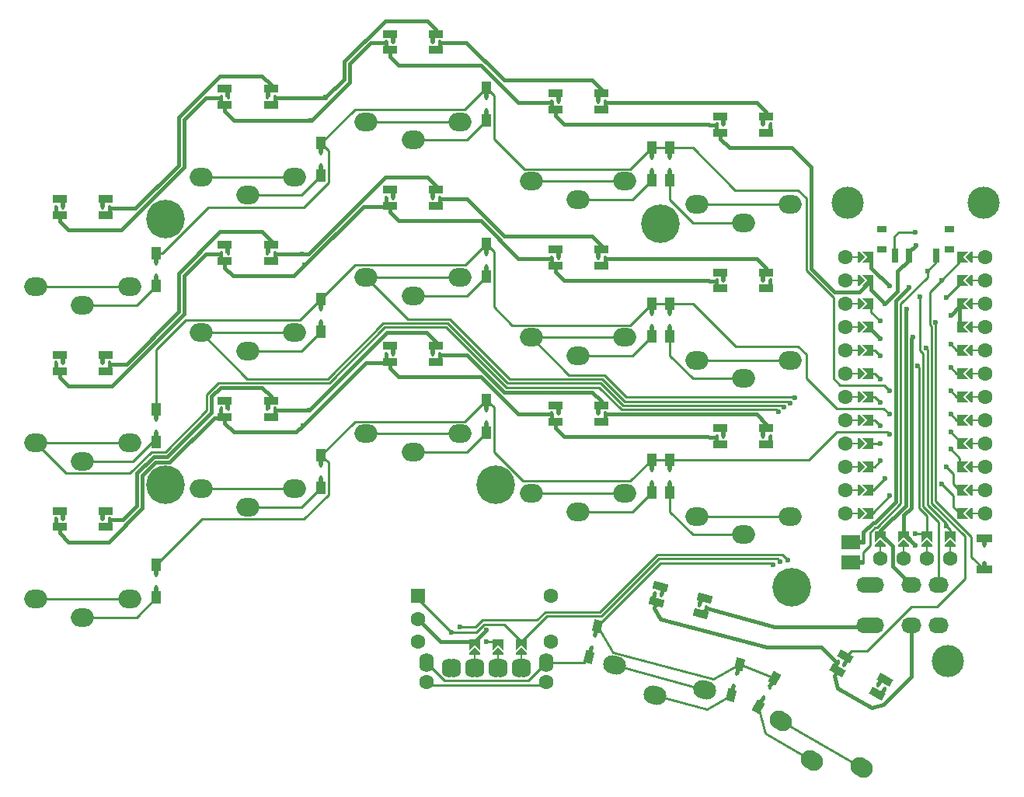
<source format=gtl>
G04 #@! TF.GenerationSoftware,KiCad,Pcbnew,7.0.2-0*
G04 #@! TF.CreationDate,2023-05-28T19:55:49+02:00*
G04 #@! TF.ProjectId,arkenswoop,61726b65-6e73-4776-9f6f-702e6b696361,0.4.2*
G04 #@! TF.SameCoordinates,Original*
G04 #@! TF.FileFunction,Copper,L1,Top*
G04 #@! TF.FilePolarity,Positive*
%FSLAX46Y46*%
G04 Gerber Fmt 4.6, Leading zero omitted, Abs format (unit mm)*
G04 Created by KiCad (PCBNEW 7.0.2-0) date 2023-05-28 19:55:49*
%MOMM*%
%LPD*%
G01*
G04 APERTURE LIST*
G04 Aperture macros list*
%AMHorizOval*
0 Thick line with rounded ends*
0 $1 width*
0 $2 $3 position (X,Y) of the first rounded end (center of the circle)*
0 $4 $5 position (X,Y) of the second rounded end (center of the circle)*
0 Add line between two ends*
20,1,$1,$2,$3,$4,$5,0*
0 Add two circle primitives to create the rounded ends*
1,1,$1,$2,$3*
1,1,$1,$4,$5*%
%AMFreePoly0*
4,1,13,0.650000,0.228200,1.094200,0.228200,1.129555,0.213555,1.144200,0.178200,1.144200,-0.177400,1.129555,-0.212755,1.094200,-0.227400,0.650000,-0.227400,0.650000,-0.475000,-0.650000,-0.475000,-0.650000,0.475000,0.650000,0.475000,0.650000,0.228200,0.650000,0.228200,$1*%
%AMFreePoly1*
4,1,13,0.650000,-0.475000,-0.650000,-0.475000,-0.650000,-0.228600,-1.094200,-0.228600,-1.129555,-0.213955,-1.144200,-0.178600,-1.144200,0.177000,-1.129555,0.212355,-1.094200,0.227000,-0.650000,0.227000,-0.650000,0.475000,0.650000,0.475000,0.650000,-0.475000,0.650000,-0.475000,$1*%
%AMFreePoly2*
4,1,13,0.565955,0.933355,0.580600,0.898000,0.580600,0.425000,0.800000,0.425000,0.800000,-0.425000,-0.800000,-0.425000,-0.800000,0.425000,0.125000,0.425000,0.125000,0.898000,0.139645,0.933355,0.175000,0.948000,0.530600,0.948000,0.565955,0.933355,0.565955,0.933355,$1*%
%AMFreePoly3*
4,1,13,0.667755,0.904155,0.682400,0.868800,0.682400,0.425000,0.800000,0.425000,0.800000,-0.425000,-0.800000,-0.425000,-0.800000,0.425000,0.226800,0.425000,0.226800,0.868800,0.241445,0.904155,0.276800,0.918800,0.632400,0.918800,0.667755,0.904155,0.667755,0.904155,$1*%
%AMFreePoly4*
4,1,13,-0.190645,0.922355,-0.176000,0.887000,-0.176000,0.425000,0.800000,0.425000,0.800000,-0.425000,-0.800000,-0.425000,-0.800000,0.425000,-0.631600,0.425000,-0.631600,0.887000,-0.616955,0.922355,-0.581600,0.937000,-0.226000,0.937000,-0.190645,0.922355,-0.190645,0.922355,$1*%
%AMFreePoly5*
4,1,25,-0.157517,0.948358,-0.139944,0.941252,-0.139854,0.941041,-0.139645,0.940955,-0.132426,0.923527,-0.125001,0.906022,-0.125086,0.905809,-0.125000,0.905600,-0.125000,0.425000,0.800000,0.425000,0.800000,-0.425000,-0.800000,-0.425000,-0.800000,0.425000,-0.580600,0.425000,-0.580600,0.902600,-0.573341,0.920123,-0.566252,0.937655,-0.566042,0.937743,-0.565955,0.937955,-0.548426,0.945215,
-0.531022,0.952598,-0.175421,0.955598,-0.175210,0.955512,-0.175000,0.955600,-0.157517,0.948358,-0.157517,0.948358,$1*%
%AMFreePoly6*
4,1,6,0.600000,0.200000,0.000000,-0.400000,-0.600000,0.200000,-0.600000,0.400000,0.600000,0.400000,0.600000,0.200000,0.600000,0.200000,$1*%
%AMFreePoly7*
4,1,5,0.125000,-0.500000,-0.125000,-0.500000,-0.125000,0.500000,0.125000,0.500000,0.125000,-0.500000,0.125000,-0.500000,$1*%
%AMFreePoly8*
4,1,6,0.600000,-0.250000,-0.600000,-0.250000,-0.600000,1.000000,0.000000,0.400000,0.600000,1.000000,0.600000,-0.250000,0.600000,-0.250000,$1*%
%AMFreePoly9*
4,1,13,0.450000,0.228600,0.723200,0.228600,0.758555,0.213955,0.773200,0.178600,0.773200,-0.177000,0.758555,-0.212355,0.723200,-0.227000,0.450000,-0.227000,0.450000,-0.850000,-0.450000,-0.850000,-0.450000,0.850000,0.450000,0.850000,0.450000,0.228600,0.450000,0.228600,$1*%
%AMFreePoly10*
4,1,13,0.750000,-1.050000,0.229000,-1.050000,0.229000,-1.335200,0.214355,-1.370555,0.179000,-1.385200,-0.176600,-1.385200,-0.211955,-1.370555,-0.226600,-1.335200,-0.226600,-1.050000,-0.750000,-1.050000,-0.750000,1.050000,0.750000,1.050000,0.750000,-1.050000,0.750000,-1.050000,$1*%
%AMFreePoly11*
4,1,13,0.750000,-1.050000,0.228600,-1.050000,0.228600,-1.335200,0.213955,-1.370555,0.178600,-1.385200,-0.177000,-1.385200,-0.212355,-1.370555,-0.227000,-1.335200,-0.227000,-1.050000,-0.750000,-1.050000,-0.750000,1.050000,0.750000,1.050000,0.750000,-1.050000,0.750000,-1.050000,$1*%
G04 Aperture macros list end*
G04 #@! TA.AperFunction,ComponentPad*
%ADD10C,4.200000*%
G04 #@! TD*
G04 #@! TA.AperFunction,SMDPad,CuDef*
%ADD11FreePoly0,270.000000*%
G04 #@! TD*
G04 #@! TA.AperFunction,ComponentPad*
%ADD12C,0.457200*%
G04 #@! TD*
G04 #@! TA.AperFunction,SMDPad,CuDef*
%ADD13FreePoly1,270.000000*%
G04 #@! TD*
G04 #@! TA.AperFunction,ComponentPad*
%ADD14O,2.500000X2.000000*%
G04 #@! TD*
G04 #@! TA.AperFunction,SMDPad,CuDef*
%ADD15FreePoly2,180.000000*%
G04 #@! TD*
G04 #@! TA.AperFunction,SMDPad,CuDef*
%ADD16FreePoly3,0.000000*%
G04 #@! TD*
G04 #@! TA.AperFunction,SMDPad,CuDef*
%ADD17FreePoly4,0.000000*%
G04 #@! TD*
G04 #@! TA.AperFunction,SMDPad,CuDef*
%ADD18FreePoly5,180.000000*%
G04 #@! TD*
G04 #@! TA.AperFunction,ComponentPad*
%ADD19O,1.600000X2.100000*%
G04 #@! TD*
G04 #@! TA.AperFunction,SMDPad,CuDef*
%ADD20FreePoly6,180.000000*%
G04 #@! TD*
G04 #@! TA.AperFunction,SMDPad,CuDef*
%ADD21FreePoly7,180.000000*%
G04 #@! TD*
G04 #@! TA.AperFunction,SMDPad,CuDef*
%ADD22FreePoly8,180.000000*%
G04 #@! TD*
G04 #@! TA.AperFunction,ComponentPad*
%ADD23C,1.600000*%
G04 #@! TD*
G04 #@! TA.AperFunction,ComponentPad*
%ADD24HorizOval,2.000000X0.216506X-0.125000X-0.216506X0.125000X0*%
G04 #@! TD*
G04 #@! TA.AperFunction,SMDPad,CuDef*
%ADD25FreePoly9,90.000000*%
G04 #@! TD*
G04 #@! TA.AperFunction,SMDPad,CuDef*
%ADD26FreePoly9,270.000000*%
G04 #@! TD*
G04 #@! TA.AperFunction,SMDPad,CuDef*
%ADD27R,1.000000X0.800000*%
G04 #@! TD*
G04 #@! TA.AperFunction,SMDPad,CuDef*
%ADD28R,0.700000X1.500000*%
G04 #@! TD*
G04 #@! TA.AperFunction,SMDPad,CuDef*
%ADD29FreePoly2,150.000000*%
G04 #@! TD*
G04 #@! TA.AperFunction,SMDPad,CuDef*
%ADD30FreePoly3,330.000000*%
G04 #@! TD*
G04 #@! TA.AperFunction,SMDPad,CuDef*
%ADD31FreePoly4,330.000000*%
G04 #@! TD*
G04 #@! TA.AperFunction,SMDPad,CuDef*
%ADD32FreePoly5,150.000000*%
G04 #@! TD*
G04 #@! TA.AperFunction,ComponentPad*
%ADD33R,1.600000X1.600000*%
G04 #@! TD*
G04 #@! TA.AperFunction,ComponentPad*
%ADD34C,3.500000*%
G04 #@! TD*
G04 #@! TA.AperFunction,SMDPad,CuDef*
%ADD35FreePoly7,90.000000*%
G04 #@! TD*
G04 #@! TA.AperFunction,SMDPad,CuDef*
%ADD36FreePoly6,90.000000*%
G04 #@! TD*
G04 #@! TA.AperFunction,SMDPad,CuDef*
%ADD37FreePoly6,270.000000*%
G04 #@! TD*
G04 #@! TA.AperFunction,SMDPad,CuDef*
%ADD38FreePoly7,270.000000*%
G04 #@! TD*
G04 #@! TA.AperFunction,SMDPad,CuDef*
%ADD39FreePoly8,270.000000*%
G04 #@! TD*
G04 #@! TA.AperFunction,SMDPad,CuDef*
%ADD40FreePoly8,90.000000*%
G04 #@! TD*
G04 #@! TA.AperFunction,ComponentPad*
%ADD41O,2.200000X1.700000*%
G04 #@! TD*
G04 #@! TA.AperFunction,SMDPad,CuDef*
%ADD42FreePoly0,255.000000*%
G04 #@! TD*
G04 #@! TA.AperFunction,SMDPad,CuDef*
%ADD43FreePoly1,255.000000*%
G04 #@! TD*
G04 #@! TA.AperFunction,ComponentPad*
%ADD44HorizOval,2.000000X0.241481X-0.064705X-0.241481X0.064705X0*%
G04 #@! TD*
G04 #@! TA.AperFunction,SMDPad,CuDef*
%ADD45FreePoly2,165.000000*%
G04 #@! TD*
G04 #@! TA.AperFunction,SMDPad,CuDef*
%ADD46FreePoly3,345.000000*%
G04 #@! TD*
G04 #@! TA.AperFunction,SMDPad,CuDef*
%ADD47FreePoly4,345.000000*%
G04 #@! TD*
G04 #@! TA.AperFunction,SMDPad,CuDef*
%ADD48FreePoly5,165.000000*%
G04 #@! TD*
G04 #@! TA.AperFunction,SMDPad,CuDef*
%ADD49FreePoly10,90.000000*%
G04 #@! TD*
G04 #@! TA.AperFunction,SMDPad,CuDef*
%ADD50FreePoly11,90.000000*%
G04 #@! TD*
G04 #@! TA.AperFunction,SMDPad,CuDef*
%ADD51FreePoly0,240.000000*%
G04 #@! TD*
G04 #@! TA.AperFunction,SMDPad,CuDef*
%ADD52FreePoly1,240.000000*%
G04 #@! TD*
G04 #@! TA.AperFunction,ViaPad*
%ADD53C,0.600000*%
G04 #@! TD*
G04 #@! TA.AperFunction,Conductor*
%ADD54C,0.400000*%
G04 #@! TD*
G04 #@! TA.AperFunction,Conductor*
%ADD55C,0.250000*%
G04 #@! TD*
G04 APERTURE END LIST*
D10*
X134228545Y-84239474D03*
D11*
X115229545Y-69464476D03*
D12*
X115229545Y-70564876D03*
X115229145Y-71914076D03*
D13*
X115229545Y-73014476D03*
D14*
X102129546Y-107139471D03*
X112329546Y-107139471D03*
X107229546Y-109139471D03*
D15*
X73729541Y-81564973D03*
D12*
X73379541Y-82439973D03*
X74179541Y-82439973D03*
D16*
X73729541Y-83314973D03*
D17*
X68729541Y-83314973D03*
D12*
X68329541Y-82439973D03*
X69079541Y-82439973D03*
D18*
X68729541Y-81564973D03*
D19*
X111163509Y-132695094D03*
X111687509Y-132695094D03*
X113703509Y-132695094D03*
D20*
X113965509Y-130820094D03*
D21*
X113965509Y-131328094D03*
D19*
X114227509Y-132695094D03*
X116243509Y-132695094D03*
D20*
X116505509Y-130820094D03*
D21*
X116505509Y-131328094D03*
D19*
X116767509Y-132695094D03*
X118783509Y-132695094D03*
D20*
X119045509Y-130820094D03*
D21*
X119045509Y-131328094D03*
D19*
X119307509Y-132695094D03*
D22*
X119045509Y-129804094D03*
X116505509Y-129804094D03*
X113965509Y-129804094D03*
D23*
X108687509Y-134170094D03*
X121783509Y-134170094D03*
D19*
X108687509Y-132070094D03*
X121783509Y-132070094D03*
D15*
X145729547Y-72564469D03*
D12*
X145379547Y-73439469D03*
X146179547Y-73439469D03*
D16*
X145729547Y-74314469D03*
D17*
X140729547Y-74314469D03*
D12*
X140329547Y-73439469D03*
X141079547Y-73439469D03*
D18*
X140729547Y-72564469D03*
D10*
X80229545Y-83739972D03*
D11*
X79229545Y-104464969D03*
D12*
X79229545Y-105565369D03*
X79229145Y-106914569D03*
D13*
X79229545Y-108014969D03*
D15*
X91729543Y-69564972D03*
D12*
X91379543Y-70439972D03*
X92179543Y-70439972D03*
D16*
X91729543Y-71314972D03*
D17*
X86729543Y-71314972D03*
D12*
X86329543Y-70439972D03*
X87079543Y-70439972D03*
D18*
X86729543Y-69564972D03*
D15*
X109729547Y-97564471D03*
D12*
X109379547Y-98439471D03*
X110179547Y-98439471D03*
D16*
X109729547Y-99314471D03*
D17*
X104729547Y-99314471D03*
D12*
X104329547Y-98439471D03*
X105079547Y-98439471D03*
D18*
X104729547Y-97564471D03*
D24*
X147299780Y-138445591D03*
X156133240Y-143545591D03*
X150716510Y-142727642D03*
D25*
X169484349Y-121942734D03*
D12*
X169484349Y-121213134D03*
X169484349Y-119273134D03*
D26*
X169484349Y-118542734D03*
D11*
X79229544Y-87464965D03*
D12*
X79229544Y-88565365D03*
X79229144Y-89914565D03*
D13*
X79229544Y-91014965D03*
D15*
X109729543Y-63564473D03*
D12*
X109379543Y-64439473D03*
X110179543Y-64439473D03*
D16*
X109729543Y-65314473D03*
D17*
X104729543Y-65314473D03*
D12*
X104329543Y-64439473D03*
X105079543Y-64439473D03*
D18*
X104729543Y-63564473D03*
D15*
X145729547Y-89564475D03*
D12*
X145379547Y-90439475D03*
X146179547Y-90439475D03*
D16*
X145729547Y-91314475D03*
D17*
X140729547Y-91314475D03*
D12*
X140329547Y-90439475D03*
X141079547Y-90439475D03*
D18*
X140729547Y-89564475D03*
D27*
X165644573Y-87090134D03*
X165644573Y-84890134D03*
X158344573Y-87090134D03*
X158344573Y-84890134D03*
D28*
X164244573Y-87740134D03*
X161244573Y-87740134D03*
X159744573Y-87740134D03*
D29*
X158669074Y-133953397D03*
D12*
X157928465Y-134536169D03*
X158621285Y-134936169D03*
D30*
X157794074Y-135468942D03*
D31*
X153463946Y-132968942D03*
D12*
X153555036Y-132011169D03*
X154204555Y-132386169D03*
D32*
X154338946Y-131453397D03*
D11*
X135229544Y-109964474D03*
D12*
X135229544Y-111064874D03*
X135229144Y-112414074D03*
D13*
X135229544Y-113514474D03*
D33*
X107735549Y-124819470D03*
D23*
X107735549Y-129819470D03*
X107735549Y-127319470D03*
X122235549Y-129819470D03*
X122235549Y-124819470D03*
D34*
X169385693Y-81989640D03*
D14*
X120128544Y-96639470D03*
X130328544Y-96639470D03*
X125228544Y-98639470D03*
X66129546Y-125139972D03*
X76329546Y-125139972D03*
X71229546Y-127139972D03*
D11*
X133228549Y-75964472D03*
D12*
X133228549Y-77064872D03*
X133228149Y-78414072D03*
D13*
X133228549Y-79514472D03*
D11*
X115229549Y-86464466D03*
D12*
X115229549Y-87564866D03*
X115229149Y-88914066D03*
D13*
X115229549Y-90014466D03*
D11*
X133228550Y-92964471D03*
D12*
X133228550Y-94064871D03*
X133228150Y-95414071D03*
D13*
X133228550Y-96514471D03*
D34*
X154604371Y-81990097D03*
D11*
X135229551Y-75964473D03*
D12*
X135229551Y-77064873D03*
X135229151Y-78414073D03*
D13*
X135229551Y-79514473D03*
D14*
X138129546Y-99139475D03*
X148329546Y-99139475D03*
X143229546Y-101139475D03*
X66129544Y-108139969D03*
X76329544Y-108139969D03*
X71229544Y-110139969D03*
D23*
X154374574Y-87883137D03*
X154374574Y-90423137D03*
X154374574Y-92963137D03*
X154374574Y-95503137D03*
X154374574Y-98043137D03*
X154374574Y-100583137D03*
X154374574Y-103123137D03*
X154374574Y-105663137D03*
X154374574Y-108203137D03*
X154374574Y-110743137D03*
X154374574Y-113283137D03*
X154374574Y-115823137D03*
D35*
X155644574Y-87883137D03*
X155644574Y-90423137D03*
X155644574Y-92963137D03*
X155644574Y-95503137D03*
X155644574Y-98043137D03*
X155644574Y-100583137D03*
X155644574Y-103123137D03*
X155644574Y-105663137D03*
X155644574Y-108203137D03*
X155644574Y-110743137D03*
X155644574Y-113283137D03*
X155644574Y-115823137D03*
D36*
X156152574Y-87883137D03*
X156152574Y-90423137D03*
X156152574Y-92963137D03*
X156152574Y-95503137D03*
X156152574Y-98043137D03*
X156152574Y-100583137D03*
X156152574Y-103123137D03*
X156152574Y-105663137D03*
X156152574Y-108203137D03*
X156152574Y-110743137D03*
X156152574Y-113283137D03*
X156152574Y-115823137D03*
D37*
X167836574Y-87883137D03*
X167836574Y-90423137D03*
X167836574Y-92963137D03*
X167836574Y-95503137D03*
X167836574Y-98043137D03*
X167836574Y-100583137D03*
X167836574Y-103123137D03*
X167836574Y-105663137D03*
X167836574Y-108203137D03*
X167836574Y-110743137D03*
X167836574Y-113283137D03*
X167836574Y-115823137D03*
D38*
X168344574Y-87883137D03*
X168344574Y-90423137D03*
X168344574Y-92963137D03*
X168344574Y-95503137D03*
X168344574Y-98043137D03*
X168344574Y-100583137D03*
X168344574Y-103123137D03*
X168344574Y-105663137D03*
X168344574Y-108203137D03*
X168344574Y-110743137D03*
X168344574Y-113283137D03*
X168344574Y-115823137D03*
D23*
X169614574Y-87883137D03*
X169614574Y-90423137D03*
X169614574Y-92963137D03*
X169614574Y-95503137D03*
X169614574Y-98043137D03*
X169614574Y-100583137D03*
X169614574Y-103123137D03*
X169614574Y-105663137D03*
X169614574Y-108203137D03*
X169614574Y-110743137D03*
X169614574Y-113283137D03*
X169614574Y-115823137D03*
D39*
X166820574Y-87883137D03*
X166820574Y-90423137D03*
X166820574Y-92963137D03*
X166820574Y-95503137D03*
X166820574Y-98043137D03*
X166820574Y-100583137D03*
X166820574Y-103123137D03*
X166820574Y-105663137D03*
X166820574Y-108203137D03*
X166820574Y-110743137D03*
X166820574Y-113283137D03*
X166820574Y-115823137D03*
D40*
X157168574Y-115823137D03*
X157168574Y-113283137D03*
X157168574Y-110743137D03*
X157168574Y-108203137D03*
X157168574Y-105663137D03*
X157168574Y-103123137D03*
X157168574Y-100583137D03*
X157168574Y-98043137D03*
X157168574Y-95503137D03*
X157168574Y-92963137D03*
X157168574Y-90423137D03*
X157168574Y-87883137D03*
D11*
X79229546Y-121464971D03*
D12*
X79229546Y-122565371D03*
X79229146Y-123914571D03*
D13*
X79229546Y-125014971D03*
D14*
X84129547Y-113139974D03*
X94329547Y-113139974D03*
X89229547Y-115139974D03*
D41*
X156609022Y-123614835D03*
X156609022Y-128014835D03*
X164509022Y-123614835D03*
X164509022Y-128014835D03*
X161509022Y-123614835D03*
X161509022Y-128014835D03*
X157509022Y-123614835D03*
X157509022Y-128014835D03*
D14*
X102129543Y-73139473D03*
X112329543Y-73139473D03*
X107229543Y-75139473D03*
X138129546Y-82139472D03*
X148329546Y-82139472D03*
X143229546Y-84139472D03*
D34*
X165490722Y-131887874D03*
D15*
X109729545Y-80564469D03*
D12*
X109379545Y-81439469D03*
X110179545Y-81439469D03*
D16*
X109729545Y-82314469D03*
D17*
X104729545Y-82314469D03*
D12*
X104329545Y-81439469D03*
X105079545Y-81439469D03*
D18*
X104729545Y-80564469D03*
D20*
X158184753Y-119084826D03*
D21*
X158184753Y-119592826D03*
D23*
X158184753Y-120742826D03*
D20*
X160724753Y-119084826D03*
D21*
X160724753Y-119592826D03*
D23*
X160724753Y-120742826D03*
D20*
X163264753Y-119084826D03*
D21*
X163264753Y-119592826D03*
D23*
X163264753Y-120742826D03*
D20*
X165804753Y-119084826D03*
D21*
X165804753Y-119592826D03*
D23*
X165804753Y-120742826D03*
D22*
X165804753Y-118068826D03*
X163264753Y-118068826D03*
X160724753Y-118068826D03*
X158184753Y-118068826D03*
D14*
X66129542Y-91139972D03*
X76329542Y-91139972D03*
X71229542Y-93139972D03*
X120128544Y-113639471D03*
X130328544Y-113639471D03*
X125228544Y-115639471D03*
D11*
X133228546Y-109964475D03*
D12*
X133228546Y-111064875D03*
X133228146Y-112414075D03*
D13*
X133228546Y-113514475D03*
D42*
X127342952Y-128085951D03*
D12*
X127058147Y-129148855D03*
X126708562Y-130451979D03*
D43*
X126424144Y-131514987D03*
D14*
X84129547Y-96139968D03*
X94329547Y-96139968D03*
X89229547Y-98139968D03*
X120128547Y-79639475D03*
X130328547Y-79639475D03*
X125228547Y-81639475D03*
D11*
X97229541Y-92464973D03*
D12*
X97229541Y-93565373D03*
X97229141Y-94914573D03*
D13*
X97229541Y-96014973D03*
D15*
X73729545Y-115564972D03*
D12*
X73379545Y-116439972D03*
X74179545Y-116439972D03*
D16*
X73729545Y-117314972D03*
D17*
X68729545Y-117314972D03*
D12*
X68329545Y-116439972D03*
X69079545Y-116439972D03*
D18*
X68729545Y-115564972D03*
D11*
X97229544Y-109464972D03*
D12*
X97229544Y-110565372D03*
X97229144Y-111914572D03*
D13*
X97229544Y-113014972D03*
D10*
X80229546Y-112739970D03*
D44*
X129192971Y-132386306D03*
X139045414Y-135026260D03*
X133601555Y-135638134D03*
D14*
X102129546Y-90139470D03*
X112329546Y-90139470D03*
X107229546Y-92139470D03*
D45*
X139012199Y-125104591D03*
D12*
X138447658Y-125859189D03*
X139220399Y-126066245D03*
D46*
X138559266Y-126794961D03*
D47*
X133729637Y-125500866D03*
D12*
X133569733Y-124552153D03*
X134294177Y-124746267D03*
D48*
X134182570Y-123810496D03*
D15*
X127728545Y-104064471D03*
D12*
X127378545Y-104939471D03*
X128178545Y-104939471D03*
D16*
X127728545Y-105814471D03*
D17*
X122728545Y-105814471D03*
D12*
X122328545Y-104939471D03*
X123078545Y-104939471D03*
D18*
X122728545Y-104064471D03*
D10*
X116229546Y-112739469D03*
D11*
X115229547Y-103464472D03*
D12*
X115229547Y-104564872D03*
X115229147Y-105914072D03*
D13*
X115229547Y-107014472D03*
D12*
X156303346Y-118940921D03*
D49*
X154961746Y-118941321D03*
D12*
X156303346Y-121141321D03*
D50*
X154961746Y-121141321D03*
D15*
X145729550Y-106564470D03*
D12*
X145379550Y-107439470D03*
X146179550Y-107439470D03*
D16*
X145729550Y-108314470D03*
D17*
X140729550Y-108314470D03*
D12*
X140329550Y-107439470D03*
X141079550Y-107439470D03*
D18*
X140729550Y-106564470D03*
D15*
X127728546Y-87064470D03*
D12*
X127378546Y-87939470D03*
X128178546Y-87939470D03*
D16*
X127728546Y-88814470D03*
D17*
X122728546Y-88814470D03*
D12*
X122328546Y-87939470D03*
X123078546Y-87939470D03*
D18*
X122728546Y-87064470D03*
D10*
X148510701Y-123849903D03*
D15*
X127728546Y-70064475D03*
D12*
X127378546Y-70939475D03*
X128178546Y-70939475D03*
D16*
X127728546Y-71814475D03*
D17*
X122728546Y-71814475D03*
D12*
X122328546Y-70939475D03*
X123078546Y-70939475D03*
D18*
X122728546Y-70064475D03*
D15*
X91729546Y-86564968D03*
D12*
X91379546Y-87439968D03*
X92179546Y-87439968D03*
D16*
X91729546Y-88314968D03*
D17*
X86729546Y-88314968D03*
D12*
X86329546Y-87439968D03*
X87079546Y-87439968D03*
D18*
X86729546Y-86564968D03*
D11*
X97229544Y-75464974D03*
D12*
X97229544Y-76565374D03*
X97229144Y-77914574D03*
D13*
X97229544Y-79014974D03*
D51*
X146644721Y-133820784D03*
D12*
X146094521Y-134773758D03*
X145419575Y-135942000D03*
D52*
X144869721Y-136895174D03*
D42*
X142797760Y-132227058D03*
D12*
X142512955Y-133289962D03*
X142163370Y-134593086D03*
D43*
X141878952Y-135656094D03*
D14*
X138129549Y-116139469D03*
X148329549Y-116139469D03*
X143229549Y-118139469D03*
D11*
X135229545Y-92964474D03*
D12*
X135229545Y-94064874D03*
X135229145Y-95414074D03*
D13*
X135229545Y-96514474D03*
D15*
X73729543Y-98564967D03*
D12*
X73379543Y-99439967D03*
X74179543Y-99439967D03*
D16*
X73729543Y-100314967D03*
D17*
X68729543Y-100314967D03*
D12*
X68329543Y-99439967D03*
X69079543Y-99439967D03*
D18*
X68729543Y-98564967D03*
D15*
X91729549Y-103564974D03*
D12*
X91379549Y-104439974D03*
X92179549Y-104439974D03*
D16*
X91729549Y-105314974D03*
D17*
X86729549Y-105314974D03*
D12*
X86329549Y-104439974D03*
X87079549Y-104439974D03*
D18*
X86729549Y-103564974D03*
D14*
X84129545Y-79139973D03*
X94329545Y-79139973D03*
X89229545Y-81139973D03*
D53*
X159168575Y-91058139D03*
X161255256Y-91222659D03*
X163274745Y-89412992D03*
X165820580Y-102488135D03*
X159168587Y-102488138D03*
X95207422Y-106235377D03*
X165820578Y-94233148D03*
X162003067Y-86589955D03*
X95451687Y-88759641D03*
X115235511Y-128534091D03*
X161017105Y-93608400D03*
X158668580Y-92963138D03*
X96128225Y-72996061D03*
X161675287Y-96608625D03*
X95162014Y-87539969D03*
X161998988Y-119334587D03*
X158168581Y-96773141D03*
X95913565Y-104539975D03*
X97717172Y-70483579D03*
X159168586Y-105028144D03*
X165820582Y-105028142D03*
X162495284Y-92238629D03*
X165320583Y-92328140D03*
X158168579Y-94868133D03*
X164198985Y-94994924D03*
X159168587Y-107177322D03*
X165820577Y-106933144D03*
X146481162Y-121401865D03*
X165820582Y-108838146D03*
X148351882Y-103829844D03*
X158168575Y-103758136D03*
X112341002Y-128179582D03*
X164820577Y-112648147D03*
X115235509Y-129804096D03*
X148074079Y-120934070D03*
X165320582Y-110743144D03*
X111425513Y-128804094D03*
X147266909Y-121105520D03*
X164820582Y-90423140D03*
X163122049Y-97793143D03*
X165386763Y-117217157D03*
X165820578Y-97408141D03*
X162223005Y-99758618D03*
X165820584Y-99948141D03*
X161994741Y-118068827D03*
X147024857Y-104727332D03*
X158168585Y-108203139D03*
X147687795Y-104277812D03*
X158168579Y-106298141D03*
X158168575Y-101218140D03*
X148854667Y-103208224D03*
X158168576Y-98678140D03*
X161994575Y-85190136D03*
X159168578Y-113918132D03*
X158668579Y-112013136D03*
X158168580Y-110108136D03*
D54*
X157168574Y-89058145D02*
X157168583Y-87883137D01*
X159168575Y-91058139D02*
X157168574Y-89058145D01*
X159868087Y-114538629D02*
X157584057Y-116822655D01*
X161255256Y-91224300D02*
X159868088Y-92611471D01*
X161255256Y-91222659D02*
X161255256Y-91224300D01*
X157584057Y-116822655D02*
X157377402Y-116822660D01*
X161255256Y-91224306D02*
X161255256Y-91222659D01*
X159868088Y-92611471D02*
X159868087Y-114538629D01*
X157377402Y-116822660D02*
X156303345Y-117896715D01*
X156303345Y-117896715D02*
X156303347Y-118940922D01*
D55*
X157015832Y-119336258D02*
X156303347Y-120048744D01*
X157597457Y-117347184D02*
X157594663Y-117347184D01*
X160392606Y-92981307D02*
X160392607Y-114755890D01*
X163274745Y-89412992D02*
X163274745Y-90099167D01*
X157594663Y-117347184D02*
X157015832Y-117926015D01*
X157597457Y-117347175D02*
X157597457Y-117347184D01*
X157015832Y-117926015D02*
X157015832Y-119336258D01*
X163274745Y-90099167D02*
X160392606Y-92981307D01*
X157801325Y-117347176D02*
X157597457Y-117347175D01*
X156303347Y-120048744D02*
X156303345Y-121141321D01*
X164253061Y-88434672D02*
X163274745Y-89412992D01*
X160392607Y-114755890D02*
X157801325Y-117347176D01*
X164253059Y-87739946D02*
X164253061Y-88434672D01*
X98029066Y-76264495D02*
X97229545Y-75464975D01*
X153034375Y-92289714D02*
X150094667Y-89350008D01*
X149214666Y-80608224D02*
X142354668Y-80608223D01*
X116029064Y-70263995D02*
X115229544Y-69464476D01*
X166455581Y-103123142D02*
X165820580Y-102488135D01*
X84931420Y-82466873D02*
X95361590Y-82466872D01*
X100879566Y-71814953D02*
X97229545Y-75464975D01*
X79229544Y-87464965D02*
X79933324Y-87464966D01*
X135229552Y-75964471D02*
X133228552Y-75964469D01*
X130878068Y-78314955D02*
X119349548Y-78314954D01*
X153034374Y-101141376D02*
X153034375Y-92289714D01*
X137710916Y-75964471D02*
X135229552Y-75964471D01*
X95361590Y-82466872D02*
X98029063Y-79799396D01*
X150094667Y-89350008D02*
X150094667Y-81488225D01*
X98029063Y-79799396D02*
X98029066Y-76264495D01*
X150094667Y-81488225D02*
X149214666Y-80608224D01*
X119349548Y-78314954D02*
X116029065Y-74994470D01*
X115229544Y-69464476D02*
X112879069Y-71814950D01*
X153761223Y-101868225D02*
X153034374Y-101141376D01*
X79933324Y-87464966D02*
X84931420Y-82466873D01*
X116029065Y-74994470D02*
X116029064Y-70263995D01*
X159168587Y-102488138D02*
X158548674Y-101868225D01*
X112879069Y-71814950D02*
X100879566Y-71814953D01*
X158548674Y-101868225D02*
X153761223Y-101868225D01*
X142354668Y-80608223D02*
X137710916Y-75964471D01*
X166820581Y-103123144D02*
X166455581Y-103123142D01*
X133228552Y-75964469D02*
X130878068Y-78314955D01*
X77104544Y-93139972D02*
X79229543Y-91014967D01*
X71229546Y-93139971D02*
X77104544Y-93139972D01*
D54*
X95207422Y-106235377D02*
X102063327Y-99379471D01*
X166820583Y-92963135D02*
X166820576Y-95503135D01*
X104729546Y-82379469D02*
X104729545Y-82988141D01*
X68729544Y-117988644D02*
X69686963Y-118946063D01*
X74047471Y-118946063D02*
X77730032Y-115263502D01*
X105663562Y-66945564D02*
X114613563Y-66945564D01*
X141686964Y-75945561D02*
X148512007Y-75945560D01*
X104729547Y-99988144D02*
X105692120Y-100950716D01*
X118731517Y-105039471D02*
X122228544Y-105039470D01*
X75428936Y-84946064D02*
X69664063Y-84946064D01*
X113965514Y-129804095D02*
X115235511Y-128534091D01*
X100334375Y-68855635D02*
X96193949Y-72996062D01*
X153174666Y-91688225D02*
X155903484Y-91688225D01*
X87686970Y-106946065D02*
X94496732Y-106946065D01*
X161253064Y-88244670D02*
X160039745Y-89457981D01*
X114613563Y-66945564D02*
X118707473Y-71039474D01*
X114637607Y-83945560D02*
X118731516Y-88039470D01*
X82282762Y-89918566D02*
X82282762Y-94108566D01*
X140729546Y-74988143D02*
X141686964Y-75945561D01*
X118707473Y-71039474D02*
X122228547Y-71039474D01*
X161253059Y-87339956D02*
X162003067Y-86589955D01*
X145769151Y-130415474D02*
X151694069Y-130415474D01*
X140729546Y-74379471D02*
X140729546Y-74988143D01*
X157168580Y-91463139D02*
X158668580Y-92963138D01*
X86729549Y-105379975D02*
X86729549Y-105988647D01*
X104729542Y-66011544D02*
X105663562Y-66945564D01*
X102063327Y-99379471D02*
X104729547Y-99379472D01*
X94265269Y-89946059D02*
X95451687Y-88759641D01*
X161253051Y-87739950D02*
X161253064Y-88244670D01*
X122728544Y-106488143D02*
X123685963Y-107445563D01*
X101831859Y-82379469D02*
X104729546Y-82379469D01*
X122728544Y-105879471D02*
X122728544Y-106488143D01*
X86229543Y-70539973D02*
X84633628Y-70539973D01*
X104729545Y-82988141D02*
X105686964Y-83945561D01*
X68729543Y-100988640D02*
X68729543Y-100379968D01*
X77730032Y-115263502D02*
X77730034Y-111704638D01*
X160039735Y-91591968D02*
X158668580Y-92963138D01*
X68729544Y-117379972D02*
X68729544Y-117988644D01*
X118731516Y-88039470D02*
X122228546Y-88039470D01*
X160039745Y-89457981D02*
X160039735Y-91591968D01*
X82259856Y-72913745D02*
X82259856Y-78115144D01*
X86729549Y-105988647D02*
X87686970Y-106946065D01*
X69664063Y-84946064D02*
X68729541Y-84011543D01*
X96098541Y-72966376D02*
X96128225Y-72996061D01*
X153477551Y-134860216D02*
X157229880Y-137026626D01*
X158184747Y-118068827D02*
X159468985Y-119353064D01*
X139387608Y-107445562D02*
X139481514Y-107539469D01*
X86729544Y-71379973D02*
X86729543Y-71988645D01*
X153431447Y-133025233D02*
X153127111Y-133552359D01*
X110220172Y-129804094D02*
X113965514Y-129804095D01*
X105686964Y-83945561D02*
X114637607Y-83945560D01*
X104229542Y-64539473D02*
X102634129Y-64539472D01*
X158184745Y-117705539D02*
X160917129Y-114973155D01*
X150619186Y-89132744D02*
X153174666Y-91688225D01*
X68729541Y-84011543D02*
X68729541Y-83379973D01*
X151694069Y-130415474D02*
X153372401Y-132093806D01*
X84661360Y-87539968D02*
X82282762Y-89918566D01*
X145769151Y-130415474D02*
X134226337Y-127322585D01*
X158184752Y-118068827D02*
X158184745Y-117705539D01*
X158463184Y-136696163D02*
X161509024Y-133650323D01*
X100334375Y-66839226D02*
X100334375Y-68855635D01*
X139507469Y-73539471D02*
X140229547Y-73539470D01*
X123685965Y-90445561D02*
X139417918Y-90445561D01*
X107735550Y-127319470D02*
X110220172Y-129804094D01*
X94496732Y-106946065D02*
X95207422Y-106235377D01*
X139511831Y-90539476D02*
X139417918Y-90445561D01*
X140229546Y-90539473D02*
X139511831Y-90539476D01*
X77730034Y-111704638D02*
X79194213Y-110240458D01*
X80693020Y-110240458D02*
X85553504Y-105379973D01*
X82282762Y-94108566D02*
X74445269Y-101946058D01*
X69686963Y-118946063D02*
X74047471Y-118946063D01*
X86729546Y-88379968D02*
X86729547Y-89057500D01*
X69686962Y-101946060D02*
X68729543Y-100988640D01*
X104729543Y-65379473D02*
X104729542Y-66011544D01*
X134226337Y-127322585D02*
X133553686Y-126157521D01*
X96193949Y-72996062D02*
X96128225Y-72996061D01*
X84633628Y-70539973D02*
X82259856Y-72913745D01*
X122728546Y-88879471D02*
X122728546Y-89488143D01*
X86729547Y-89057500D02*
X87618105Y-89946059D01*
X157229880Y-137026626D02*
X158463184Y-136696163D01*
X166820586Y-93233138D02*
X165820578Y-94233148D01*
X122728548Y-72488147D02*
X123685965Y-73445565D01*
X160917129Y-114973155D02*
X160917130Y-93708377D01*
X114642762Y-100950716D02*
X118731517Y-105039471D01*
X155903484Y-91688225D02*
X157168573Y-90423137D01*
X150619188Y-78052742D02*
X150619186Y-89132744D01*
X122728547Y-71879475D02*
X122728548Y-72488147D01*
X159468985Y-119353064D02*
X159468990Y-121574803D01*
X166820583Y-92963135D02*
X166820586Y-93233138D01*
X82259856Y-78115144D02*
X75428936Y-84946064D01*
X74445269Y-101946058D02*
X69686962Y-101946060D01*
X139413566Y-73445566D02*
X139507469Y-73539471D01*
X102634129Y-64539472D02*
X100334375Y-66839226D01*
X95451687Y-88759641D02*
X101831859Y-82379469D01*
X86229547Y-87539968D02*
X84661360Y-87539968D01*
X123685963Y-107445563D02*
X139387608Y-107445562D01*
X161253065Y-87739946D02*
X161253059Y-87339956D01*
X153127111Y-133552359D02*
X153477551Y-134860216D01*
X122728546Y-89488143D02*
X123685965Y-90445561D01*
X160917130Y-93708377D02*
X161017105Y-93608400D01*
X87707274Y-72966373D02*
X96098541Y-72966376D01*
X123685965Y-73445565D02*
X139413566Y-73445566D01*
X86729543Y-71988645D02*
X87707274Y-72966373D01*
X85553504Y-105379973D02*
X86729549Y-105379975D01*
X87618105Y-89946059D02*
X94265269Y-89946059D01*
X104729547Y-99379472D02*
X104729547Y-99988144D01*
X133553686Y-126157521D02*
X133712813Y-125563651D01*
X161509024Y-133650323D02*
X161509023Y-128014835D01*
X159468990Y-121574803D02*
X161509022Y-123614834D01*
X148512007Y-75945560D02*
X150619188Y-78052742D01*
X105692120Y-100950716D02*
X114642762Y-100950716D01*
X139481514Y-107539469D02*
X140229549Y-107539469D01*
X79194213Y-110240458D02*
X80693020Y-110240458D01*
X157168585Y-90423146D02*
X157168580Y-91463139D01*
X109729545Y-80699469D02*
X109729545Y-80090797D01*
X86219601Y-85133877D02*
X90772128Y-85133877D01*
X97660778Y-70539973D02*
X97717172Y-70483579D01*
X109729543Y-63090801D02*
X108773473Y-62134731D01*
X127728546Y-87199470D02*
X127728546Y-86590798D01*
X81659856Y-77866616D02*
X76986499Y-82539973D01*
X90776881Y-68133882D02*
X86191869Y-68133882D01*
X99734855Y-68465896D02*
X97717172Y-70483579D01*
X117173276Y-102633379D02*
X126771125Y-102633380D01*
X81659856Y-72665896D02*
X81659856Y-77866616D01*
X127728547Y-69585548D02*
X126776384Y-68633384D01*
X76986499Y-82539973D02*
X74229541Y-82539973D01*
X75605717Y-116539973D02*
X77130515Y-115015174D01*
X146639134Y-128157617D02*
X157366242Y-128157617D01*
X113079365Y-81539469D02*
X110229545Y-81539470D01*
X90772130Y-102133884D02*
X91729549Y-103091302D01*
X95162014Y-87539969D02*
X92229546Y-87539968D01*
X78945882Y-109640938D02*
X80444690Y-109640938D01*
X108715619Y-96076870D02*
X109729547Y-97090799D01*
X128228544Y-105039471D02*
X144678223Y-105039472D01*
X109729545Y-80090797D02*
X108772126Y-79133378D01*
X108772126Y-79133378D02*
X104230100Y-79133378D01*
X126776384Y-68633384D02*
X117149232Y-68633384D01*
X77130515Y-115015174D02*
X77130512Y-111456304D01*
X161516649Y-96767267D02*
X161675287Y-96608625D01*
X74229544Y-99539968D02*
X76003510Y-99539968D01*
X117173275Y-85633379D02*
X113079365Y-81539469D01*
X139242813Y-126175778D02*
X146639134Y-128157617D01*
X76003510Y-99539968D02*
X81683242Y-93860237D01*
X109729547Y-97090799D02*
X109729547Y-97699470D01*
X126771125Y-102633380D02*
X127728544Y-103590798D01*
X157168588Y-95503150D02*
X157168580Y-95773140D01*
X117149232Y-68633384D02*
X113055322Y-64539473D01*
X104191019Y-62134732D02*
X99734855Y-66590897D01*
X113079366Y-98539472D02*
X117173276Y-102633379D01*
X127728547Y-70199476D02*
X127728547Y-69585548D01*
X113055322Y-64539473D02*
X110229543Y-64539473D01*
X91729549Y-103091302D02*
X91729549Y-103699973D01*
X91729542Y-69086544D02*
X90776881Y-68133882D01*
X161516647Y-115221489D02*
X161516649Y-96767267D01*
X157366242Y-128157617D02*
X157509023Y-128014835D01*
X104230100Y-79133378D02*
X95823510Y-87539968D01*
X128228546Y-88039470D02*
X144678213Y-88039470D01*
X145729546Y-89090803D02*
X145729546Y-89699475D01*
X104376668Y-96076871D02*
X108715619Y-96076870D01*
X109729543Y-63699471D02*
X109729543Y-63090801D01*
X144707474Y-71039476D02*
X145729546Y-72061547D01*
X85272762Y-103090716D02*
X86229595Y-102133883D01*
X86229595Y-102133883D02*
X90772130Y-102133884D01*
X90772128Y-85133877D02*
X91729546Y-86091296D01*
X145729549Y-106090797D02*
X145729549Y-106699469D01*
X92229549Y-104539974D02*
X95913565Y-104539975D01*
X99734855Y-66590897D02*
X99734855Y-68465896D01*
X80444690Y-109640938D02*
X85272762Y-104812866D01*
X127728544Y-103590798D02*
X127728543Y-104199472D01*
X160724749Y-116013389D02*
X161516647Y-115221489D01*
X81683242Y-89670235D02*
X86219601Y-85133877D01*
X128228546Y-71039475D02*
X144707474Y-71039476D01*
X95823510Y-87539968D02*
X95162014Y-87539969D01*
X86191869Y-68133882D02*
X81659856Y-72665896D01*
X160733226Y-118068824D02*
X161998988Y-119334587D01*
X74229544Y-116539971D02*
X75605717Y-116539973D01*
X157168580Y-95773140D02*
X158168581Y-96773141D01*
X127728546Y-86590798D02*
X126771127Y-85633380D01*
X95913565Y-104539975D02*
X104376668Y-96076871D01*
X92229542Y-70539972D02*
X97660778Y-70539973D01*
X144678223Y-105039472D02*
X145729549Y-106090797D01*
X91729543Y-69699974D02*
X91729542Y-69086544D01*
X77130512Y-111456304D02*
X78945882Y-109640938D01*
X81683242Y-93860237D02*
X81683242Y-89670235D01*
X108773473Y-62134731D02*
X104191019Y-62134732D01*
X110229547Y-98539471D02*
X113079366Y-98539472D01*
X85272762Y-104812866D02*
X85272762Y-103090716D01*
X160724747Y-118068828D02*
X160724749Y-116013389D01*
X126771127Y-85633380D02*
X117173275Y-85633379D01*
X145729546Y-72061547D02*
X145729546Y-72699470D01*
X91729546Y-86091296D02*
X91729548Y-86699968D01*
X144678213Y-88039470D02*
X145729546Y-89090803D01*
D55*
X95104551Y-81139972D02*
X97229548Y-79014975D01*
X89229542Y-81139973D02*
X95104551Y-81139972D01*
X107229542Y-75139472D02*
X113104547Y-75139474D01*
X113104547Y-75139474D02*
X115229543Y-73014476D01*
X125228546Y-81639474D02*
X131103549Y-81639476D01*
X131103549Y-81639476D02*
X133228550Y-79514473D01*
X137779260Y-84139468D02*
X143229547Y-84139465D01*
X135229549Y-79514469D02*
X135229549Y-81589757D01*
X135229549Y-81589757D02*
X137779260Y-84139468D01*
X166820574Y-105663137D02*
X166455585Y-105663142D01*
X97229542Y-92464971D02*
X100937644Y-88756872D01*
X130878072Y-95314948D02*
X133228549Y-92964471D01*
X153394669Y-104388224D02*
X158528668Y-104388225D01*
X142404666Y-97618224D02*
X149204668Y-97618225D01*
X116029068Y-87263987D02*
X116029069Y-93284468D01*
X118059547Y-95314949D02*
X130878072Y-95314948D01*
X115229549Y-86464467D02*
X116029068Y-87263987D01*
X112937146Y-88756871D02*
X115229549Y-86464467D01*
X150074668Y-101068223D02*
X153394669Y-104388224D01*
X137750917Y-92964473D02*
X142404666Y-97618224D01*
X116029069Y-93284468D02*
X118059547Y-95314949D01*
X150074668Y-98488224D02*
X150074668Y-101068223D01*
X158528668Y-104388225D02*
X159168586Y-105028144D01*
X79229546Y-104464971D02*
X79229543Y-97973934D01*
X82416696Y-94786782D02*
X94907732Y-94786783D01*
X149204668Y-97618225D02*
X150074668Y-98488224D01*
X94907732Y-94786783D02*
X97229542Y-92464971D01*
X100937644Y-88756872D02*
X112937146Y-88756871D01*
X79229543Y-97973934D02*
X82416696Y-94786782D01*
X133228549Y-92964471D02*
X137750917Y-92964473D01*
X166455585Y-105663142D02*
X165820582Y-105028142D01*
X71229543Y-110139969D02*
X76662922Y-110139970D01*
X78787922Y-108014973D02*
X79229546Y-108014971D01*
X76662922Y-110139970D02*
X78787922Y-108014973D01*
X95104549Y-98139967D02*
X97229541Y-96014974D01*
X89229548Y-98139966D02*
X95104549Y-98139967D01*
X165320583Y-92328140D02*
X166820584Y-90828138D01*
X162497536Y-92240878D02*
X162497536Y-98051822D01*
X164538990Y-116757641D02*
X164538990Y-123584866D01*
X162497536Y-98051822D02*
X162847506Y-98401798D01*
X162847505Y-115066161D02*
X164538990Y-116757641D01*
X162847506Y-98401798D02*
X162847505Y-115066161D01*
X164538990Y-123584866D02*
X164509022Y-123614834D01*
X166820584Y-90828138D02*
X166820578Y-90423143D01*
X162495284Y-92238629D02*
X162497536Y-92240878D01*
X164196068Y-114507562D02*
X164196066Y-94997847D01*
X168096983Y-120555381D02*
X168096988Y-118408488D01*
X164196066Y-94997847D02*
X164198985Y-94994924D01*
X168096988Y-118408488D02*
X164196068Y-114507562D01*
X169484348Y-121942738D02*
X168096983Y-120555381D01*
X157168588Y-92963139D02*
X157168576Y-93868147D01*
X157168576Y-93868147D02*
X158168579Y-94868133D01*
X113104547Y-92139470D02*
X115229548Y-90014468D01*
X107229545Y-92139470D02*
X113104547Y-92139470D01*
X131103551Y-98639469D02*
X133228549Y-96514473D01*
X125228547Y-98639472D02*
X131103551Y-98639469D01*
X137739268Y-101139474D02*
X143229547Y-101139472D01*
X135229546Y-98629752D02*
X137739268Y-101139474D01*
X135229544Y-96514475D02*
X135229546Y-98629752D01*
X97229546Y-109464973D02*
X98029064Y-110264494D01*
X84230024Y-116464491D02*
X79229544Y-121464969D01*
X95363967Y-116464492D02*
X84230024Y-116464491D01*
X116029063Y-104263994D02*
X116029064Y-109110210D01*
X115229544Y-103464474D02*
X116029063Y-104263994D01*
X116029064Y-109110210D02*
X119233804Y-112314952D01*
X98029064Y-110264494D02*
X98029067Y-113799394D01*
X135229541Y-109964478D02*
X135229546Y-109964473D01*
X166820581Y-108203137D02*
X166820579Y-107933142D01*
X135229546Y-109964472D02*
X135229544Y-109964474D01*
X97229544Y-109464974D02*
X100879569Y-105814950D01*
X150378417Y-109964472D02*
X153420241Y-106922650D01*
X100879569Y-105814950D02*
X112879068Y-105814949D01*
X150378417Y-109964472D02*
X135229546Y-109964472D01*
X166820579Y-107933142D02*
X165820577Y-106933144D01*
X119233804Y-112314952D02*
X130878069Y-112314951D01*
X153420241Y-106922650D02*
X158913917Y-106922650D01*
X130878069Y-112314951D02*
X133228542Y-109964477D01*
X98029067Y-113799394D02*
X95363967Y-116464492D01*
X158913917Y-106922650D02*
X159168587Y-107177322D01*
X133228542Y-109964477D02*
X135229541Y-109964478D01*
X112879068Y-105814949D02*
X115229544Y-103464474D01*
X71229547Y-127139970D02*
X77104548Y-127139970D01*
X77104548Y-127139970D02*
X79229544Y-125014971D01*
X89229547Y-115139975D02*
X95104554Y-115139972D01*
X95104554Y-115139972D02*
X97229549Y-113014974D01*
X113104550Y-109139469D02*
X115229546Y-107014472D01*
X107229545Y-109139472D02*
X113104550Y-109139469D01*
X125228545Y-115639474D02*
X131103546Y-115639472D01*
X131103546Y-115639472D02*
X133228543Y-113514474D01*
X135229549Y-113514474D02*
X135229548Y-115639753D01*
X137729264Y-118139473D02*
X143229550Y-118139473D01*
X135229548Y-115639753D02*
X137729264Y-118139473D01*
X139276369Y-137158697D02*
X141878952Y-135656095D01*
X133601556Y-135638138D02*
X139276369Y-137158697D01*
X139919021Y-133889099D02*
X142797758Y-132227059D01*
X166820578Y-110743143D02*
X166820586Y-109838144D01*
X134202019Y-121226884D02*
X146306183Y-121226884D01*
X127342953Y-128085952D02*
X134202019Y-121226884D01*
X166820586Y-109838144D02*
X165820582Y-108838146D01*
X129004995Y-130964693D02*
X139919021Y-133889099D01*
X146481162Y-121401865D02*
X146306183Y-121226884D01*
X127342953Y-128085952D02*
X129004995Y-130964693D01*
X142797758Y-132227059D02*
X146644594Y-133820468D01*
X145648506Y-139801628D02*
X144869724Y-136895172D01*
X150716512Y-142727644D02*
X145648506Y-139801628D01*
X108687512Y-132070093D02*
X110687029Y-134069615D01*
X119783991Y-134069613D02*
X121783512Y-132070094D01*
X121783512Y-132070094D02*
X125869041Y-132070092D01*
X110687029Y-134069615D02*
X119783991Y-134069613D01*
X125869041Y-132070092D02*
X126424144Y-131514990D01*
X157533581Y-103123135D02*
X158168575Y-103758136D01*
X111206425Y-94653310D02*
X112063296Y-95510182D01*
X117734310Y-101181196D02*
X127874678Y-101181197D01*
X130309393Y-103615911D02*
X148137946Y-103615911D01*
X106643383Y-94653309D02*
X109633761Y-94653312D01*
X109036553Y-134519134D02*
X121434471Y-134519132D01*
X112063296Y-95510182D02*
X117734310Y-101181196D01*
X112329543Y-90139468D02*
X102129545Y-90139473D01*
X102129546Y-90139471D02*
X106643383Y-94653309D01*
X127874678Y-101181197D02*
X130309393Y-103615911D01*
X102129543Y-107139471D02*
X112329545Y-107139467D01*
X121434471Y-134519132D02*
X121783513Y-134170095D01*
X109633761Y-94653312D02*
X111206425Y-94653310D01*
X148137946Y-103615911D02*
X148351882Y-103829844D01*
X108687509Y-134170096D02*
X109036553Y-134519134D01*
X157168578Y-103123142D02*
X157533581Y-103123135D01*
X102129543Y-73139469D02*
X112329545Y-73139474D01*
X166085399Y-113912959D02*
X164820577Y-112648147D01*
X166085402Y-115087961D02*
X166085399Y-113912959D01*
X133829621Y-120327847D02*
X147467857Y-120327847D01*
X120753825Y-127460064D02*
X121665185Y-126548707D01*
X166820581Y-115823142D02*
X166085402Y-115087961D01*
X112341002Y-128179582D02*
X114071111Y-128179583D01*
X115235509Y-129804096D02*
X116505514Y-129804094D01*
X114790634Y-127460064D02*
X120753825Y-127460064D01*
X121665185Y-126548707D02*
X127608763Y-126548705D01*
X147467857Y-120327847D02*
X148074079Y-120934070D01*
X127608763Y-126548705D02*
X133829621Y-120327847D01*
X114071111Y-128179583D02*
X114790634Y-127460064D01*
X166121746Y-112584310D02*
X166121748Y-111544304D01*
X166820579Y-113283139D02*
X166121746Y-112584310D01*
X121851380Y-126998226D02*
X127794964Y-126998225D01*
X119045512Y-129804094D02*
X117150998Y-127909580D01*
X119045510Y-129804094D02*
X121851380Y-126998226D01*
X146938756Y-120777366D02*
X147266909Y-121105520D01*
X127794964Y-126998225D02*
X134015823Y-120777366D01*
X166121748Y-111544304D02*
X165320582Y-110743144D01*
X134015823Y-120777366D02*
X146938756Y-120777366D01*
X114976829Y-127909583D02*
X114082316Y-128804093D01*
X107735549Y-125114130D02*
X111425513Y-128804094D01*
X107735548Y-124819470D02*
X107735549Y-125114130D01*
X117150998Y-127909580D02*
X114976829Y-127909583D01*
X114082316Y-128804093D02*
X111425513Y-128804094D01*
X161564722Y-125967297D02*
X156718079Y-130813940D01*
X163574476Y-95253607D02*
X163746547Y-95425675D01*
X167362542Y-122956724D02*
X164351970Y-125967297D01*
X163574481Y-91669242D02*
X163574476Y-95253607D01*
X164351970Y-125967297D02*
X161564722Y-125967297D01*
X163746547Y-95425675D02*
X163746547Y-114693762D01*
X155027816Y-130813940D02*
X154271445Y-131570311D01*
X156718079Y-130813940D02*
X155027816Y-130813940D01*
X154271447Y-131570311D02*
X154522884Y-131134806D01*
X166820580Y-88423140D02*
X166820584Y-87883135D01*
X164820582Y-90423140D02*
X166820580Y-88423140D01*
X167362542Y-118309760D02*
X167362542Y-122956724D01*
X164820582Y-90423140D02*
X163574481Y-91669242D01*
X163746547Y-114693762D02*
X167362542Y-118309760D01*
X166455578Y-98043142D02*
X165820578Y-97408141D01*
X165804748Y-117635145D02*
X165386763Y-117217157D01*
X165386763Y-117217157D02*
X165386758Y-116969693D01*
X163297029Y-114879963D02*
X163297027Y-97968123D01*
X166820585Y-98043143D02*
X166455578Y-98043142D01*
X163297027Y-97968123D02*
X163122049Y-97793143D01*
X165804753Y-118068824D02*
X165804748Y-117635145D01*
X165386758Y-116969693D02*
X163297029Y-114879963D01*
X163264747Y-118068828D02*
X163264751Y-116119122D01*
X161994741Y-118068827D02*
X163264747Y-118068828D01*
X166820580Y-100583140D02*
X166455582Y-100583145D01*
X166455582Y-100583145D02*
X165820584Y-99948141D01*
X162397987Y-115252361D02*
X162397989Y-99933598D01*
X162397989Y-99933598D02*
X162223005Y-99758618D01*
X163264751Y-116119122D02*
X162397987Y-115252361D01*
X110834029Y-95552350D02*
X117390538Y-102108860D01*
X76329546Y-125139971D02*
X66129546Y-125139970D01*
X104159402Y-95552350D02*
X110834029Y-95552350D01*
X84748243Y-104595602D02*
X84748242Y-102873452D01*
X129936997Y-104514951D02*
X146812478Y-104514951D01*
X86012331Y-101609363D02*
X98102391Y-101609363D01*
X127530907Y-102108860D02*
X129936997Y-104514951D01*
X84748242Y-102873452D02*
X86012331Y-101609363D01*
X66129543Y-108139972D02*
X76329545Y-108139970D01*
X117390538Y-102108860D02*
X127530907Y-102108860D01*
X146812478Y-104514951D02*
X147024857Y-104727332D01*
X78728621Y-109116417D02*
X80227426Y-109116419D01*
X98102391Y-101609363D02*
X104159402Y-95552350D01*
X76380549Y-111464488D02*
X78728621Y-109116417D01*
X157168588Y-108203137D02*
X158168585Y-108203139D01*
X80227426Y-109116419D02*
X84748243Y-104595602D01*
X66129543Y-91139972D02*
X76329542Y-91139972D01*
X66129544Y-108139970D02*
X69454064Y-111464490D01*
X69454064Y-111464490D02*
X76380549Y-111464488D01*
X157168579Y-105663140D02*
X157533583Y-105663140D01*
X84129548Y-113139972D02*
X94329547Y-113139974D01*
X147475412Y-104065431D02*
X147687795Y-104277812D01*
X111020228Y-95102830D02*
X117548112Y-101630716D01*
X94329546Y-96139968D02*
X84129546Y-96139971D01*
X117548112Y-101630716D02*
X127688481Y-101630716D01*
X103973205Y-95102832D02*
X111020228Y-95102830D01*
X97916195Y-101159841D02*
X103973205Y-95102832D01*
X127688481Y-101630716D02*
X130123195Y-104065432D01*
X89149422Y-101159843D02*
X97916195Y-101159841D01*
X130123195Y-104065432D02*
X147475412Y-104065431D01*
X157533583Y-105663140D02*
X158168579Y-106298141D01*
X94329543Y-79139971D02*
X84129542Y-79139972D01*
X84129547Y-96139968D02*
X89149422Y-101159843D01*
X124220750Y-100731676D02*
X128060876Y-100731674D01*
X157168584Y-100583143D02*
X157533579Y-100583140D01*
X130495591Y-103166391D02*
X148812836Y-103166390D01*
X128060876Y-100731674D02*
X130495591Y-103166391D01*
X148850236Y-103203793D02*
X148854667Y-103208224D01*
X130328547Y-96639469D02*
X120128545Y-96639469D01*
X157533579Y-100583140D02*
X158168575Y-101218140D01*
X120128545Y-96639469D02*
X124220750Y-100731676D01*
X120128548Y-79639471D02*
X130328549Y-79639475D01*
X129192973Y-132386307D02*
X139045418Y-135026260D01*
X148812836Y-103166390D02*
X148854667Y-103208224D01*
X120128545Y-113639476D02*
X130328545Y-113639474D01*
X138129545Y-99139477D02*
X148329547Y-99139473D01*
X147299779Y-138445594D02*
X156133242Y-143545594D01*
X138129549Y-116139472D02*
X148329546Y-116139473D01*
X157168576Y-98043138D02*
X157533586Y-98043141D01*
X138129547Y-82139472D02*
X148329549Y-82139469D01*
X157533586Y-98043141D02*
X158168576Y-98678140D01*
X148329546Y-99139474D02*
X148488294Y-99298223D01*
X159666052Y-85646950D02*
X159666053Y-87661615D01*
X160161028Y-85151970D02*
X159666052Y-85646950D01*
X160161028Y-85151970D02*
X161956408Y-85151972D01*
X161956408Y-85151972D02*
X161994575Y-85190136D01*
X159666053Y-87661615D02*
X159744572Y-87740133D01*
X157263579Y-115823141D02*
X157168578Y-115823144D01*
X159168578Y-113918132D02*
X157263579Y-115823141D01*
X157168578Y-113283141D02*
X157398585Y-113283135D01*
X157398585Y-113283135D02*
X158668579Y-112013136D01*
X157533573Y-110743136D02*
X158168580Y-110108136D01*
X157168577Y-110743133D02*
X157533573Y-110743136D01*
M02*

</source>
